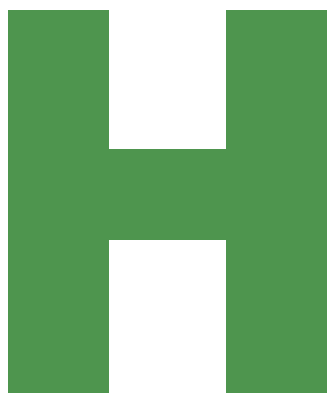
<source format=gto>
G04 #@! TF.FileFunction,Legend,Top*
%FSLAX46Y46*%
G04 Gerber Fmt 4.6, Leading zero omitted, Abs format (unit mm)*
G04 Created by KiCad (PCBNEW 4.0.0-rc2-stable) date 3/3/2016 4:04:38 PM*
%MOMM*%
G01*
G04 APERTURE LIST*
%ADD10C,0.150000*%
%ADD11C,0.025400*%
G04 APERTURE END LIST*
D10*
D11*
G36*
X59796634Y-30491104D02*
X59797635Y-30496045D01*
X59800362Y-30500092D01*
X59801514Y-30501242D01*
X59805717Y-30504025D01*
X59810486Y-30504954D01*
X69817780Y-30504954D01*
X69822721Y-30503953D01*
X69826721Y-30501273D01*
X69827881Y-30500123D01*
X69830686Y-30495934D01*
X69831640Y-30491104D01*
X69831640Y-18737554D01*
X78283786Y-18737554D01*
X78283786Y-51140860D01*
X69831640Y-51140860D01*
X69831640Y-38136005D01*
X69830639Y-38131064D01*
X69827873Y-38126978D01*
X69826713Y-38125830D01*
X69822498Y-38123066D01*
X69817780Y-38122157D01*
X59810486Y-38122157D01*
X59805545Y-38123158D01*
X59801521Y-38125861D01*
X59800369Y-38127009D01*
X59797576Y-38131206D01*
X59796634Y-38136005D01*
X59796634Y-51140860D01*
X51346696Y-51140860D01*
X51346696Y-18737554D01*
X59796634Y-18737554D01*
X59796634Y-30491104D01*
X59796634Y-30491104D01*
G37*
X59796634Y-30491104D02*
X59797635Y-30496045D01*
X59800362Y-30500092D01*
X59801514Y-30501242D01*
X59805717Y-30504025D01*
X59810486Y-30504954D01*
X69817780Y-30504954D01*
X69822721Y-30503953D01*
X69826721Y-30501273D01*
X69827881Y-30500123D01*
X69830686Y-30495934D01*
X69831640Y-30491104D01*
X69831640Y-18737554D01*
X78283786Y-18737554D01*
X78283786Y-51140860D01*
X69831640Y-51140860D01*
X69831640Y-38136005D01*
X69830639Y-38131064D01*
X69827873Y-38126978D01*
X69826713Y-38125830D01*
X69822498Y-38123066D01*
X69817780Y-38122157D01*
X59810486Y-38122157D01*
X59805545Y-38123158D01*
X59801521Y-38125861D01*
X59800369Y-38127009D01*
X59797576Y-38131206D01*
X59796634Y-38136005D01*
X59796634Y-51140860D01*
X51346696Y-51140860D01*
X51346696Y-18737554D01*
X59796634Y-18737554D01*
X59796634Y-30491104D01*
M02*

</source>
